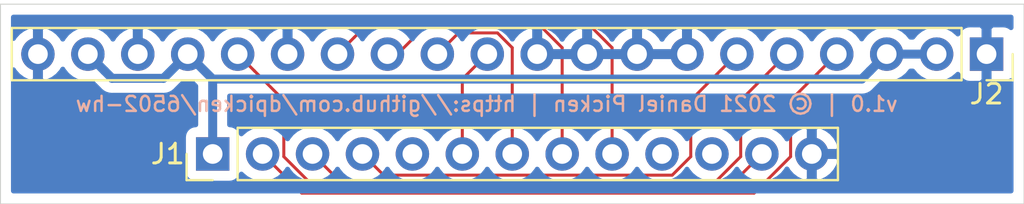
<source format=kicad_pcb>
(kicad_pcb (version 20171130) (host pcbnew 5.1.4+dfsg1-1~bpo10+1)

  (general
    (thickness 1.6002)
    (drawings 5)
    (tracks 51)
    (zones 0)
    (modules 2)
    (nets 14)
  )

  (page A4)
  (title_block
    (title "6502 SBC Expansion - NHD 0420CW OLED Interposer")
    (date 2021-09-16)
    (rev 1.0)
  )

  (layers
    (0 F.Cu signal)
    (31 B.Cu signal)
    (33 F.Adhes user)
    (35 F.Paste user)
    (36 B.SilkS user)
    (37 F.SilkS user)
    (38 B.Mask user)
    (39 F.Mask user)
    (40 Dwgs.User user)
    (41 Cmts.User user)
    (42 Eco1.User user)
    (43 Eco2.User user)
    (44 Edge.Cuts user)
    (45 Margin user)
    (46 B.CrtYd user)
    (47 F.CrtYd user)
    (48 B.Fab user)
    (49 F.Fab user)
  )

  (setup
    (last_trace_width 0.1524)
    (trace_clearance 0.1524)
    (zone_clearance 0.508)
    (zone_45_only no)
    (trace_min 0.1524)
    (via_size 0.508)
    (via_drill 0.254)
    (via_min_size 0.508)
    (via_min_drill 0.254)
    (uvia_size 0.508)
    (uvia_drill 0.254)
    (uvias_allowed no)
    (uvia_min_size 0.508)
    (uvia_min_drill 0.254)
    (edge_width 0.05)
    (segment_width 0.2)
    (pcb_text_width 0.3)
    (pcb_text_size 1.5 1.5)
    (mod_edge_width 0.12)
    (mod_text_size 0.762 0.762)
    (mod_text_width 0.127)
    (pad_size 1.524 1.524)
    (pad_drill 0.762)
    (pad_to_mask_clearance 0.0508)
    (aux_axis_origin 0 0)
    (visible_elements 7FFFFFFF)
    (pcbplotparams
      (layerselection 0x010fc_ffffffff)
      (usegerberextensions false)
      (usegerberattributes false)
      (usegerberadvancedattributes false)
      (creategerberjobfile false)
      (excludeedgelayer true)
      (linewidth 0.100000)
      (plotframeref false)
      (viasonmask false)
      (mode 1)
      (useauxorigin false)
      (hpglpennumber 1)
      (hpglpenspeed 20)
      (hpglpendiameter 15.000000)
      (psnegative false)
      (psa4output false)
      (plotreference true)
      (plotvalue true)
      (plotinvisibletext false)
      (padsonsilk false)
      (subtractmaskfromsilk false)
      (outputformat 1)
      (mirror false)
      (drillshape 1)
      (scaleselection 1)
      (outputdirectory ""))
  )

  (net 0 "")
  (net 1 +5V)
  (net 2 "Net-(J1-Pad2)")
  (net 3 "Net-(J1-Pad3)")
  (net 4 "Net-(J1-Pad4)")
  (net 5 "Net-(J1-Pad5)")
  (net 6 "Net-(J1-Pad6)")
  (net 7 "Net-(J1-Pad7)")
  (net 8 "Net-(J1-Pad8)")
  (net 9 "Net-(J1-Pad9)")
  (net 10 "Net-(J1-Pad10)")
  (net 11 "Net-(J1-Pad11)")
  (net 12 "Net-(J1-Pad12)")
  (net 13 GND)

  (net_class Default "This is the default net class."
    (clearance 0.1524)
    (trace_width 0.1524)
    (via_dia 0.508)
    (via_drill 0.254)
    (uvia_dia 0.508)
    (uvia_drill 0.254)
    (diff_pair_width 0.1524)
    (diff_pair_gap 0.1524)
    (add_net "Net-(J1-Pad10)")
    (add_net "Net-(J1-Pad11)")
    (add_net "Net-(J1-Pad12)")
    (add_net "Net-(J1-Pad2)")
    (add_net "Net-(J1-Pad3)")
    (add_net "Net-(J1-Pad4)")
    (add_net "Net-(J1-Pad5)")
    (add_net "Net-(J1-Pad6)")
    (add_net "Net-(J1-Pad7)")
    (add_net "Net-(J1-Pad8)")
    (add_net "Net-(J1-Pad9)")
  )

  (net_class Power ""
    (clearance 0.1524)
    (trace_width 0.4572)
    (via_dia 0.508)
    (via_drill 0.254)
    (uvia_dia 0.508)
    (uvia_drill 0.254)
    (diff_pair_width 0.1524)
    (diff_pair_gap 0.1524)
    (add_net +5V)
    (add_net GND)
  )

  (module pin_header:PinHeader_1x13_P2.54mm_Vertical (layer F.Cu) (tedit 59FED5CC) (tstamp 61438B20)
    (at 127 101.6 90)
    (descr "Through hole straight pin header, 1x13, 2.54mm pitch, single row")
    (tags "Through hole pin header THT 1x13 2.54mm single row")
    (path /61437C51)
    (fp_text reference J1 (at 0 -2.286 180) (layer F.SilkS)
      (effects (font (size 1 1) (thickness 0.15)))
    )
    (fp_text value P (at 0 32.81 180) (layer F.Fab)
      (effects (font (size 1 1) (thickness 0.15)))
    )
    (fp_line (start -0.635 -1.27) (end 1.27 -1.27) (layer F.Fab) (width 0.1))
    (fp_line (start 1.27 -1.27) (end 1.27 31.75) (layer F.Fab) (width 0.1))
    (fp_line (start 1.27 31.75) (end -1.27 31.75) (layer F.Fab) (width 0.1))
    (fp_line (start -1.27 31.75) (end -1.27 -0.635) (layer F.Fab) (width 0.1))
    (fp_line (start -1.27 -0.635) (end -0.635 -1.27) (layer F.Fab) (width 0.1))
    (fp_line (start -1.33 31.81) (end 1.33 31.81) (layer F.SilkS) (width 0.12))
    (fp_line (start -1.33 1.27) (end -1.33 31.81) (layer F.SilkS) (width 0.12))
    (fp_line (start 1.33 1.27) (end 1.33 31.81) (layer F.SilkS) (width 0.12))
    (fp_line (start -1.33 1.27) (end 1.33 1.27) (layer F.SilkS) (width 0.12))
    (fp_line (start -1.33 0) (end -1.33 -1.33) (layer F.SilkS) (width 0.12))
    (fp_line (start -1.33 -1.33) (end 0 -1.33) (layer F.SilkS) (width 0.12))
    (fp_line (start -1.8 -1.8) (end -1.8 32.25) (layer F.CrtYd) (width 0.05))
    (fp_line (start -1.8 32.25) (end 1.8 32.25) (layer F.CrtYd) (width 0.05))
    (fp_line (start 1.8 32.25) (end 1.8 -1.8) (layer F.CrtYd) (width 0.05))
    (fp_line (start 1.8 -1.8) (end -1.8 -1.8) (layer F.CrtYd) (width 0.05))
    (fp_text user %R (at 0 15.24) (layer F.Fab)
      (effects (font (size 1 1) (thickness 0.15)))
    )
    (pad 1 thru_hole rect (at 0 0 90) (size 1.7 1.7) (drill 1) (layers *.Cu *.Mask)
      (net 1 +5V))
    (pad 2 thru_hole oval (at 0 2.54 90) (size 1.7 1.7) (drill 1) (layers *.Cu *.Mask)
      (net 2 "Net-(J1-Pad2)"))
    (pad 3 thru_hole oval (at 0 5.08 90) (size 1.7 1.7) (drill 1) (layers *.Cu *.Mask)
      (net 3 "Net-(J1-Pad3)"))
    (pad 4 thru_hole oval (at 0 7.62 90) (size 1.7 1.7) (drill 1) (layers *.Cu *.Mask)
      (net 4 "Net-(J1-Pad4)"))
    (pad 5 thru_hole oval (at 0 10.16 90) (size 1.7 1.7) (drill 1) (layers *.Cu *.Mask)
      (net 5 "Net-(J1-Pad5)"))
    (pad 6 thru_hole oval (at 0 12.7 90) (size 1.7 1.7) (drill 1) (layers *.Cu *.Mask)
      (net 6 "Net-(J1-Pad6)"))
    (pad 7 thru_hole oval (at 0 15.24 90) (size 1.7 1.7) (drill 1) (layers *.Cu *.Mask)
      (net 7 "Net-(J1-Pad7)"))
    (pad 8 thru_hole oval (at 0 17.78 90) (size 1.7 1.7) (drill 1) (layers *.Cu *.Mask)
      (net 8 "Net-(J1-Pad8)"))
    (pad 9 thru_hole oval (at 0 20.32 90) (size 1.7 1.7) (drill 1) (layers *.Cu *.Mask)
      (net 9 "Net-(J1-Pad9)"))
    (pad 10 thru_hole oval (at 0 22.86 90) (size 1.7 1.7) (drill 1) (layers *.Cu *.Mask)
      (net 10 "Net-(J1-Pad10)"))
    (pad 11 thru_hole oval (at 0 25.4 90) (size 1.7 1.7) (drill 1) (layers *.Cu *.Mask)
      (net 11 "Net-(J1-Pad11)"))
    (pad 12 thru_hole oval (at 0 27.94 90) (size 1.7 1.7) (drill 1) (layers *.Cu *.Mask)
      (net 12 "Net-(J1-Pad12)"))
    (pad 13 thru_hole oval (at 0 30.48 90) (size 1.7 1.7) (drill 1) (layers *.Cu *.Mask)
      (net 13 GND))
    (model ${KISYS3DMOD}/Connector_PinHeader_2.54mm.3dshapes/PinHeader_1x13_P2.54mm_Vertical.wrl
      (at (xyz 0 0 0))
      (scale (xyz 1 1 1))
      (rotate (xyz 0 0 0))
    )
  )

  (module pin_socket:PinSocket_1x20_P2.54mm_Vertical (layer F.Cu) (tedit 5A19A41E) (tstamp 61438AB2)
    (at 166.37 96.52 270)
    (descr "Through hole straight socket strip, 1x20, 2.54mm pitch, single row (from Kicad 4.0.7), script generated")
    (tags "Through hole socket strip THT 1x20 2.54mm single row")
    (path /614371EA)
    (fp_text reference J2 (at 2.032 0 180) (layer F.SilkS)
      (effects (font (size 1 1) (thickness 0.15)))
    )
    (fp_text value "NH OLED" (at -1.905 46.355 180) (layer F.Fab)
      (effects (font (size 1 1) (thickness 0.15)))
    )
    (fp_line (start -1.27 -1.27) (end 0.635 -1.27) (layer F.Fab) (width 0.1))
    (fp_line (start 0.635 -1.27) (end 1.27 -0.635) (layer F.Fab) (width 0.1))
    (fp_line (start 1.27 -0.635) (end 1.27 49.53) (layer F.Fab) (width 0.1))
    (fp_line (start 1.27 49.53) (end -1.27 49.53) (layer F.Fab) (width 0.1))
    (fp_line (start -1.27 49.53) (end -1.27 -1.27) (layer F.Fab) (width 0.1))
    (fp_line (start -1.33 1.27) (end 1.33 1.27) (layer F.SilkS) (width 0.12))
    (fp_line (start -1.33 1.27) (end -1.33 49.59) (layer F.SilkS) (width 0.12))
    (fp_line (start -1.33 49.59) (end 1.33 49.59) (layer F.SilkS) (width 0.12))
    (fp_line (start 1.33 1.27) (end 1.33 49.59) (layer F.SilkS) (width 0.12))
    (fp_line (start 1.33 -1.33) (end 1.33 0) (layer F.SilkS) (width 0.12))
    (fp_line (start 0 -1.33) (end 1.33 -1.33) (layer F.SilkS) (width 0.12))
    (fp_line (start -1.8 -1.8) (end 1.75 -1.8) (layer F.CrtYd) (width 0.05))
    (fp_line (start 1.75 -1.8) (end 1.75 50) (layer F.CrtYd) (width 0.05))
    (fp_line (start 1.75 50) (end -1.8 50) (layer F.CrtYd) (width 0.05))
    (fp_line (start -1.8 50) (end -1.8 -1.8) (layer F.CrtYd) (width 0.05))
    (fp_text user %R (at 0 24.13) (layer F.Fab)
      (effects (font (size 1 1) (thickness 0.15)))
    )
    (pad 1 thru_hole rect (at 0 0 270) (size 1.7 1.7) (drill 1) (layers *.Cu *.Mask)
      (net 13 GND))
    (pad 2 thru_hole oval (at 0 2.54 270) (size 1.7 1.7) (drill 1) (layers *.Cu *.Mask)
      (net 1 +5V))
    (pad 3 thru_hole oval (at 0 5.08 270) (size 1.7 1.7) (drill 1) (layers *.Cu *.Mask)
      (net 1 +5V))
    (pad 4 thru_hole oval (at 0 7.62 270) (size 1.7 1.7) (drill 1) (layers *.Cu *.Mask)
      (net 2 "Net-(J1-Pad2)"))
    (pad 5 thru_hole oval (at 0 10.16 270) (size 1.7 1.7) (drill 1) (layers *.Cu *.Mask)
      (net 3 "Net-(J1-Pad3)"))
    (pad 6 thru_hole oval (at 0 12.7 270) (size 1.7 1.7) (drill 1) (layers *.Cu *.Mask)
      (net 4 "Net-(J1-Pad4)"))
    (pad 7 thru_hole oval (at 0 15.24 270) (size 1.7 1.7) (drill 1) (layers *.Cu *.Mask)
      (net 13 GND))
    (pad 8 thru_hole oval (at 0 17.78 270) (size 1.7 1.7) (drill 1) (layers *.Cu *.Mask)
      (net 13 GND))
    (pad 9 thru_hole oval (at 0 20.32 270) (size 1.7 1.7) (drill 1) (layers *.Cu *.Mask)
      (net 13 GND))
    (pad 10 thru_hole oval (at 0 22.86 270) (size 1.7 1.7) (drill 1) (layers *.Cu *.Mask)
      (net 13 GND))
    (pad 11 thru_hole oval (at 0 25.4 270) (size 1.7 1.7) (drill 1) (layers *.Cu *.Mask)
      (net 6 "Net-(J1-Pad6)"))
    (pad 12 thru_hole oval (at 0 27.94 270) (size 1.7 1.7) (drill 1) (layers *.Cu *.Mask)
      (net 7 "Net-(J1-Pad7)"))
    (pad 13 thru_hole oval (at 0 30.48 270) (size 1.7 1.7) (drill 1) (layers *.Cu *.Mask)
      (net 8 "Net-(J1-Pad8)"))
    (pad 14 thru_hole oval (at 0 33.02 270) (size 1.7 1.7) (drill 1) (layers *.Cu *.Mask)
      (net 9 "Net-(J1-Pad9)"))
    (pad 15 thru_hole oval (at 0 35.56 270) (size 1.7 1.7) (drill 1) (layers *.Cu *.Mask)
      (net 13 GND))
    (pad 16 thru_hole oval (at 0 38.1 270) (size 1.7 1.7) (drill 1) (layers *.Cu *.Mask)
      (net 12 "Net-(J1-Pad12)"))
    (pad 17 thru_hole oval (at 0 40.64 270) (size 1.7 1.7) (drill 1) (layers *.Cu *.Mask)
      (net 1 +5V))
    (pad 18 thru_hole oval (at 0 43.18 270) (size 1.7 1.7) (drill 1) (layers *.Cu *.Mask)
      (net 13 GND))
    (pad 19 thru_hole oval (at 0 45.72 270) (size 1.7 1.7) (drill 1) (layers *.Cu *.Mask)
      (net 1 +5V))
    (pad 20 thru_hole oval (at 0 48.26 270) (size 1.7 1.7) (drill 1) (layers *.Cu *.Mask)
      (net 13 GND))
    (model ${KISYS3DMOD}/Connector_PinSocket_2.54mm.3dshapes/PinSocket_1x20_P2.54mm_Vertical.wrl
      (at (xyz 0 0 0))
      (scale (xyz 1 1 1))
      (rotate (xyz 0 0 0))
    )
  )

  (gr_line (start 116.205 93.98) (end 168.275 93.98) (layer Edge.Cuts) (width 0.05) (tstamp 6143919C))
  (gr_line (start 116.205 104.14) (end 116.205 93.98) (layer Edge.Cuts) (width 0.05))
  (gr_line (start 168.275 104.14) (end 116.205 104.14) (layer Edge.Cuts) (width 0.05))
  (gr_line (start 168.275 93.98) (end 168.275 104.14) (layer Edge.Cuts) (width 0.05))
  (gr_text "v1.0 | © 2021 Daniel Picken | https://github.com/dpicken/6502-hw" (at 161.925 99.06) (layer B.SilkS) (tstamp 61439818)
    (effects (font (size 0.762 0.762) (thickness 0.127)) (justify left mirror))
  )

  (segment (start 127 101.6) (end 127 97.79) (width 0.4572) (layer B.Cu) (net 1))
  (segment (start 121.499999 97.369999) (end 120.65 96.52) (width 0.4572) (layer B.Cu) (net 1))
  (segment (start 121.881001 97.751001) (end 121.499999 97.369999) (width 0.4572) (layer B.Cu) (net 1))
  (segment (start 124.498999 97.751001) (end 121.881001 97.751001) (width 0.4572) (layer B.Cu) (net 1))
  (segment (start 125.73 96.52) (end 124.498999 97.751001) (width 0.4572) (layer B.Cu) (net 1))
  (segment (start 160.440001 97.369999) (end 161.29 96.52) (width 0.4572) (layer B.Cu) (net 1))
  (segment (start 160.02 97.79) (end 160.440001 97.369999) (width 0.4572) (layer B.Cu) (net 1))
  (segment (start 127 97.79) (end 160.02 97.79) (width 0.4572) (layer B.Cu) (net 1))
  (segment (start 125.73 96.52) (end 127 97.79) (width 0.4572) (layer B.Cu) (net 1))
  (segment (start 161.29 96.52) (end 163.83 96.52) (width 0.4572) (layer B.Cu) (net 1))
  (segment (start 157.900001 97.369999) (end 158.75 96.52) (width 0.1524) (layer F.Cu) (net 2))
  (segment (start 156.401399 98.868601) (end 157.900001 97.369999) (width 0.1524) (layer F.Cu) (net 2))
  (segment (start 156.401399 101.734931) (end 156.401399 98.868601) (width 0.1524) (layer F.Cu) (net 2))
  (segment (start 154.543299 103.593031) (end 156.401399 101.734931) (width 0.1524) (layer F.Cu) (net 2))
  (segment (start 131.533031 103.593031) (end 154.543299 103.593031) (width 0.1524) (layer F.Cu) (net 2))
  (segment (start 129.54 101.6) (end 131.533031 103.593031) (width 0.1524) (layer F.Cu) (net 2))
  (segment (start 155.360001 97.369999) (end 156.21 96.52) (width 0.1524) (layer F.Cu) (net 3))
  (segment (start 153.861399 98.868601) (end 155.360001 97.369999) (width 0.1524) (layer F.Cu) (net 3))
  (segment (start 153.861399 101.734931) (end 153.861399 98.868601) (width 0.1524) (layer F.Cu) (net 3))
  (segment (start 152.612919 102.983411) (end 153.861399 101.734931) (width 0.1524) (layer F.Cu) (net 3))
  (segment (start 133.463411 102.983411) (end 152.612919 102.983411) (width 0.1524) (layer F.Cu) (net 3))
  (segment (start 132.08 101.6) (end 133.463411 102.983411) (width 0.1524) (layer F.Cu) (net 3))
  (segment (start 152.820001 97.369999) (end 153.67 96.52) (width 0.1524) (layer F.Cu) (net 4))
  (segment (start 151.321399 101.734931) (end 151.321399 98.868601) (width 0.1524) (layer F.Cu) (net 4))
  (segment (start 150.377729 102.678601) (end 151.321399 101.734931) (width 0.1524) (layer F.Cu) (net 4))
  (segment (start 135.698601 102.678601) (end 150.377729 102.678601) (width 0.1524) (layer F.Cu) (net 4))
  (segment (start 151.321399 98.868601) (end 152.820001 97.369999) (width 0.1524) (layer F.Cu) (net 4))
  (segment (start 134.62 101.6) (end 135.698601 102.678601) (width 0.1524) (layer F.Cu) (net 4))
  (segment (start 139.7 97.79) (end 140.97 96.52) (width 0.1524) (layer F.Cu) (net 6))
  (segment (start 139.7 101.6) (end 139.7 97.79) (width 0.1524) (layer F.Cu) (net 6))
  (segment (start 142.24 100.397919) (end 142.24 101.6) (width 0.1524) (layer F.Cu) (net 7))
  (segment (start 142.24 96.19367) (end 142.24 100.397919) (width 0.1524) (layer F.Cu) (net 7))
  (segment (start 141.487729 95.441399) (end 142.24 96.19367) (width 0.1524) (layer F.Cu) (net 7))
  (segment (start 139.508601 95.441399) (end 141.487729 95.441399) (width 0.1524) (layer F.Cu) (net 7))
  (segment (start 138.43 96.52) (end 139.508601 95.441399) (width 0.1524) (layer F.Cu) (net 7))
  (segment (start 136.398 96.52) (end 135.89 96.52) (width 0.1524) (layer F.Cu) (net 8))
  (segment (start 137.781411 95.136589) (end 136.398 96.52) (width 0.1524) (layer F.Cu) (net 8))
  (segment (start 143.722919 95.136589) (end 137.781411 95.136589) (width 0.1524) (layer F.Cu) (net 8))
  (segment (start 144.78 101.6) (end 144.78 96.19367) (width 0.1524) (layer F.Cu) (net 8))
  (segment (start 144.78 96.19367) (end 143.722919 95.136589) (width 0.1524) (layer F.Cu) (net 8))
  (segment (start 134.199999 95.670001) (end 133.35 96.52) (width 0.1524) (layer F.Cu) (net 9))
  (segment (start 135.038221 94.831779) (end 134.199999 95.670001) (width 0.1524) (layer F.Cu) (net 9))
  (segment (start 145.958109 94.831779) (end 135.038221 94.831779) (width 0.1524) (layer F.Cu) (net 9))
  (segment (start 147.32 96.19367) (end 145.958109 94.831779) (width 0.1524) (layer F.Cu) (net 9))
  (segment (start 147.32 101.6) (end 147.32 96.19367) (width 0.1524) (layer F.Cu) (net 9))
  (segment (start 129.119999 97.369999) (end 128.27 96.52) (width 0.1524) (layer F.Cu) (net 12))
  (segment (start 130.618601 98.868601) (end 129.119999 97.369999) (width 0.1524) (layer F.Cu) (net 12))
  (segment (start 130.618601 101.734931) (end 130.618601 98.868601) (width 0.1524) (layer F.Cu) (net 12))
  (segment (start 132.171891 103.288221) (end 130.618601 101.734931) (width 0.1524) (layer F.Cu) (net 12))
  (segment (start 153.251779 103.288221) (end 132.171891 103.288221) (width 0.1524) (layer F.Cu) (net 12))
  (segment (start 154.94 101.6) (end 153.251779 103.288221) (width 0.1524) (layer F.Cu) (net 12))

  (zone (net 13) (net_name GND) (layer B.Cu) (tstamp 614390DA) (hatch edge 0.508)
    (connect_pads (clearance 0.508))
    (min_thickness 0.254)
    (fill yes (arc_segments 32) (thermal_gap 0.508) (thermal_bridge_width 0.508))
    (polygon
      (pts
        (xy 168.275 93.98) (xy 116.205 93.98) (xy 116.205 104.14) (xy 168.275 104.14)
      )
    )
    (filled_polygon
      (pts
        (xy 167.615 95.172705) (xy 167.574494 95.139463) (xy 167.46418 95.080498) (xy 167.344482 95.044188) (xy 167.22 95.031928)
        (xy 166.65575 95.035) (xy 166.497 95.19375) (xy 166.497 96.393) (xy 166.517 96.393) (xy 166.517 96.647)
        (xy 166.497 96.647) (xy 166.497 97.84625) (xy 166.65575 98.005) (xy 167.22 98.008072) (xy 167.344482 97.995812)
        (xy 167.46418 97.959502) (xy 167.574494 97.900537) (xy 167.615 97.867294) (xy 167.615001 103.48) (xy 116.865 103.48)
        (xy 116.865 97.317715) (xy 116.914822 97.401355) (xy 117.109731 97.617588) (xy 117.34308 97.791641) (xy 117.605901 97.916825)
        (xy 117.75311 97.961476) (xy 117.983 97.840155) (xy 117.983 96.647) (xy 117.963 96.647) (xy 117.963 96.393)
        (xy 117.983 96.393) (xy 117.983 95.199845) (xy 118.237 95.199845) (xy 118.237 96.393) (xy 118.257 96.393)
        (xy 118.257 96.647) (xy 118.237 96.647) (xy 118.237 97.840155) (xy 118.46689 97.961476) (xy 118.614099 97.916825)
        (xy 118.87692 97.791641) (xy 119.110269 97.617588) (xy 119.305178 97.401355) (xy 119.374799 97.284477) (xy 119.409294 97.349014)
        (xy 119.594866 97.575134) (xy 119.820986 97.760706) (xy 120.078966 97.898599) (xy 120.358889 97.983513) (xy 120.57705 98.005)
        (xy 120.72295 98.005) (xy 120.896584 97.987899) (xy 120.919336 98.010651) (xy 120.919346 98.01066) (xy 121.240341 98.331655)
        (xy 121.267389 98.364613) (xy 121.398889 98.472532) (xy 121.548917 98.552723) (xy 121.711706 98.602105) (xy 121.838581 98.614601)
        (xy 121.838583 98.614601) (xy 121.881 98.618779) (xy 121.923418 98.614601) (xy 124.456579 98.614601) (xy 124.498999 98.618779)
        (xy 124.541419 98.614601) (xy 124.668294 98.602105) (xy 124.831083 98.552723) (xy 124.981111 98.472532) (xy 125.112611 98.364613)
        (xy 125.139662 98.331651) (xy 125.483415 97.987898) (xy 125.65705 98.005) (xy 125.80295 98.005) (xy 125.976584 97.987899)
        (xy 126.136401 98.147715) (xy 126.1364 100.113267) (xy 126.025518 100.124188) (xy 125.90582 100.160498) (xy 125.795506 100.219463)
        (xy 125.698815 100.298815) (xy 125.619463 100.395506) (xy 125.560498 100.50582) (xy 125.524188 100.625518) (xy 125.511928 100.75)
        (xy 125.511928 102.45) (xy 125.524188 102.574482) (xy 125.560498 102.69418) (xy 125.619463 102.804494) (xy 125.698815 102.901185)
        (xy 125.795506 102.980537) (xy 125.90582 103.039502) (xy 126.025518 103.075812) (xy 126.15 103.088072) (xy 127.85 103.088072)
        (xy 127.974482 103.075812) (xy 128.09418 103.039502) (xy 128.204494 102.980537) (xy 128.301185 102.901185) (xy 128.380537 102.804494)
        (xy 128.439502 102.69418) (xy 128.460393 102.625313) (xy 128.484866 102.655134) (xy 128.710986 102.840706) (xy 128.968966 102.978599)
        (xy 129.248889 103.063513) (xy 129.46705 103.085) (xy 129.61295 103.085) (xy 129.831111 103.063513) (xy 130.111034 102.978599)
        (xy 130.369014 102.840706) (xy 130.595134 102.655134) (xy 130.780706 102.429014) (xy 130.81 102.374209) (xy 130.839294 102.429014)
        (xy 131.024866 102.655134) (xy 131.250986 102.840706) (xy 131.508966 102.978599) (xy 131.788889 103.063513) (xy 132.00705 103.085)
        (xy 132.15295 103.085) (xy 132.371111 103.063513) (xy 132.651034 102.978599) (xy 132.909014 102.840706) (xy 133.135134 102.655134)
        (xy 133.320706 102.429014) (xy 133.35 102.374209) (xy 133.379294 102.429014) (xy 133.564866 102.655134) (xy 133.790986 102.840706)
        (xy 134.048966 102.978599) (xy 134.328889 103.063513) (xy 134.54705 103.085) (xy 134.69295 103.085) (xy 134.911111 103.063513)
        (xy 135.191034 102.978599) (xy 135.449014 102.840706) (xy 135.675134 102.655134) (xy 135.860706 102.429014) (xy 135.89 102.374209)
        (xy 135.919294 102.429014) (xy 136.104866 102.655134) (xy 136.330986 102.840706) (xy 136.588966 102.978599) (xy 136.868889 103.063513)
        (xy 137.08705 103.085) (xy 137.23295 103.085) (xy 137.451111 103.063513) (xy 137.731034 102.978599) (xy 137.989014 102.840706)
        (xy 138.215134 102.655134) (xy 138.400706 102.429014) (xy 138.43 102.374209) (xy 138.459294 102.429014) (xy 138.644866 102.655134)
        (xy 138.870986 102.840706) (xy 139.128966 102.978599) (xy 139.408889 103.063513) (xy 139.62705 103.085) (xy 139.77295 103.085)
        (xy 139.991111 103.063513) (xy 140.271034 102.978599) (xy 140.529014 102.840706) (xy 140.755134 102.655134) (xy 140.940706 102.429014)
        (xy 140.97 102.374209) (xy 140.999294 102.429014) (xy 141.184866 102.655134) (xy 141.410986 102.840706) (xy 141.668966 102.978599)
        (xy 141.948889 103.063513) (xy 142.16705 103.085) (xy 142.31295 103.085) (xy 142.531111 103.063513) (xy 142.811034 102.978599)
        (xy 143.069014 102.840706) (xy 143.295134 102.655134) (xy 143.480706 102.429014) (xy 143.51 102.374209) (xy 143.539294 102.429014)
        (xy 143.724866 102.655134) (xy 143.950986 102.840706) (xy 144.208966 102.978599) (xy 144.488889 103.063513) (xy 144.70705 103.085)
        (xy 144.85295 103.085) (xy 145.071111 103.063513) (xy 145.351034 102.978599) (xy 145.609014 102.840706) (xy 145.835134 102.655134)
        (xy 146.020706 102.429014) (xy 146.05 102.374209) (xy 146.079294 102.429014) (xy 146.264866 102.655134) (xy 146.490986 102.840706)
        (xy 146.748966 102.978599) (xy 147.028889 103.063513) (xy 147.24705 103.085) (xy 147.39295 103.085) (xy 147.611111 103.063513)
        (xy 147.891034 102.978599) (xy 148.149014 102.840706) (xy 148.375134 102.655134) (xy 148.560706 102.429014) (xy 148.59 102.374209)
        (xy 148.619294 102.429014) (xy 148.804866 102.655134) (xy 149.030986 102.840706) (xy 149.288966 102.978599) (xy 149.568889 103.063513)
        (xy 149.78705 103.085) (xy 149.93295 103.085) (xy 150.151111 103.063513) (xy 150.431034 102.978599) (xy 150.689014 102.840706)
        (xy 150.915134 102.655134) (xy 151.100706 102.429014) (xy 151.13 102.374209) (xy 151.159294 102.429014) (xy 151.344866 102.655134)
        (xy 151.570986 102.840706) (xy 151.828966 102.978599) (xy 152.108889 103.063513) (xy 152.32705 103.085) (xy 152.47295 103.085)
        (xy 152.691111 103.063513) (xy 152.971034 102.978599) (xy 153.229014 102.840706) (xy 153.455134 102.655134) (xy 153.640706 102.429014)
        (xy 153.67 102.374209) (xy 153.699294 102.429014) (xy 153.884866 102.655134) (xy 154.110986 102.840706) (xy 154.368966 102.978599)
        (xy 154.648889 103.063513) (xy 154.86705 103.085) (xy 155.01295 103.085) (xy 155.231111 103.063513) (xy 155.511034 102.978599)
        (xy 155.769014 102.840706) (xy 155.995134 102.655134) (xy 156.180706 102.429014) (xy 156.215201 102.364477) (xy 156.284822 102.481355)
        (xy 156.479731 102.697588) (xy 156.71308 102.871641) (xy 156.975901 102.996825) (xy 157.12311 103.041476) (xy 157.353 102.920155)
        (xy 157.353 101.727) (xy 157.607 101.727) (xy 157.607 102.920155) (xy 157.83689 103.041476) (xy 157.984099 102.996825)
        (xy 158.24692 102.871641) (xy 158.480269 102.697588) (xy 158.675178 102.481355) (xy 158.824157 102.231252) (xy 158.921481 101.956891)
        (xy 158.800814 101.727) (xy 157.607 101.727) (xy 157.353 101.727) (xy 157.333 101.727) (xy 157.333 101.473)
        (xy 157.353 101.473) (xy 157.353 100.279845) (xy 157.607 100.279845) (xy 157.607 101.473) (xy 158.800814 101.473)
        (xy 158.921481 101.243109) (xy 158.824157 100.968748) (xy 158.675178 100.718645) (xy 158.480269 100.502412) (xy 158.24692 100.328359)
        (xy 157.984099 100.203175) (xy 157.83689 100.158524) (xy 157.607 100.279845) (xy 157.353 100.279845) (xy 157.12311 100.158524)
        (xy 156.975901 100.203175) (xy 156.71308 100.328359) (xy 156.479731 100.502412) (xy 156.284822 100.718645) (xy 156.215201 100.835523)
        (xy 156.180706 100.770986) (xy 155.995134 100.544866) (xy 155.769014 100.359294) (xy 155.511034 100.221401) (xy 155.231111 100.136487)
        (xy 155.01295 100.115) (xy 154.86705 100.115) (xy 154.648889 100.136487) (xy 154.368966 100.221401) (xy 154.110986 100.359294)
        (xy 153.884866 100.544866) (xy 153.699294 100.770986) (xy 153.67 100.825791) (xy 153.640706 100.770986) (xy 153.455134 100.544866)
        (xy 153.229014 100.359294) (xy 152.971034 100.221401) (xy 152.691111 100.136487) (xy 152.47295 100.115) (xy 152.32705 100.115)
        (xy 152.108889 100.136487) (xy 151.828966 100.221401) (xy 151.570986 100.359294) (xy 151.344866 100.544866) (xy 151.159294 100.770986)
        (xy 151.13 100.825791) (xy 151.100706 100.770986) (xy 150.915134 100.544866) (xy 150.689014 100.359294) (xy 150.431034 100.221401)
        (xy 150.151111 100.136487) (xy 149.93295 100.115) (xy 149.78705 100.115) (xy 149.568889 100.136487) (xy 149.288966 100.221401)
        (xy 149.030986 100.359294) (xy 148.804866 100.544866) (xy 148.619294 100.770986) (xy 148.59 100.825791) (xy 148.560706 100.770986)
        (xy 148.375134 100.544866) (xy 148.149014 100.359294) (xy 147.891034 100.221401) (xy 147.611111 100.136487) (xy 147.39295 100.115)
        (xy 147.24705 100.115) (xy 147.028889 100.136487) (xy 146.748966 100.221401) (xy 146.490986 100.359294) (xy 146.264866 100.544866)
        (xy 146.079294 100.770986) (xy 146.05 100.825791) (xy 146.020706 100.770986) (xy 145.835134 100.544866) (xy 145.609014 100.359294)
        (xy 145.351034 100.221401) (xy 145.071111 100.136487) (xy 144.85295 100.115) (xy 144.70705 100.115) (xy 144.488889 100.136487)
        (xy 144.208966 100.221401) (xy 143.950986 100.359294) (xy 143.724866 100.544866) (xy 143.539294 100.770986) (xy 143.51 100.825791)
        (xy 143.480706 100.770986) (xy 143.295134 100.544866) (xy 143.069014 100.359294) (xy 142.811034 100.221401) (xy 142.531111 100.136487)
        (xy 142.31295 100.115) (xy 142.16705 100.115) (xy 141.948889 100.136487) (xy 141.668966 100.221401) (xy 141.410986 100.359294)
        (xy 141.184866 100.544866) (xy 140.999294 100.770986) (xy 140.97 100.825791) (xy 140.940706 100.770986) (xy 140.755134 100.544866)
        (xy 140.529014 100.359294) (xy 140.271034 100.221401) (xy 139.991111 100.136487) (xy 139.77295 100.115) (xy 139.62705 100.115)
        (xy 139.408889 100.136487) (xy 139.128966 100.221401) (xy 138.870986 100.359294) (xy 138.644866 100.544866) (xy 138.459294 100.770986)
        (xy 138.43 100.825791) (xy 138.400706 100.770986) (xy 138.215134 100.544866) (xy 137.989014 100.359294) (xy 137.731034 100.221401)
        (xy 137.451111 100.136487) (xy 137.23295 100.115) (xy 137.08705 100.115) (xy 136.868889 100.136487) (xy 136.588966 100.221401)
        (xy 136.330986 100.359294) (xy 136.104866 100.544866) (xy 135.919294 100.770986) (xy 135.89 100.825791) (xy 135.860706 100.770986)
        (xy 135.675134 100.544866) (xy 135.449014 100.359294) (xy 135.191034 100.221401) (xy 134.911111 100.136487) (xy 134.69295 100.115)
        (xy 134.54705 100.115) (xy 134.328889 100.136487) (xy 134.048966 100.221401) (xy 133.790986 100.359294) (xy 133.564866 100.544866)
        (xy 133.379294 100.770986) (xy 133.35 100.825791) (xy 133.320706 100.770986) (xy 133.135134 100.544866) (xy 132.909014 100.359294)
        (xy 132.651034 100.221401) (xy 132.371111 100.136487) (xy 132.15295 100.115) (xy 132.00705 100.115) (xy 131.788889 100.136487)
        (xy 131.508966 100.221401) (xy 131.250986 100.359294) (xy 131.024866 100.544866) (xy 130.839294 100.770986) (xy 130.81 100.825791)
        (xy 130.780706 100.770986) (xy 130.595134 100.544866) (xy 130.369014 100.359294) (xy 130.111034 100.221401) (xy 129.831111 100.136487)
        (xy 129.61295 100.115) (xy 129.46705 100.115) (xy 129.248889 100.136487) (xy 128.968966 100.221401) (xy 128.710986 100.359294)
        (xy 128.484866 100.544866) (xy 128.460393 100.574687) (xy 128.439502 100.50582) (xy 128.380537 100.395506) (xy 128.301185 100.298815)
        (xy 128.204494 100.219463) (xy 128.09418 100.160498) (xy 127.974482 100.124188) (xy 127.8636 100.113267) (xy 127.8636 98.6536)
        (xy 159.97758 98.6536) (xy 160.02 98.657778) (xy 160.06242 98.6536) (xy 160.189295 98.641104) (xy 160.352084 98.591722)
        (xy 160.502112 98.511531) (xy 160.633612 98.403612) (xy 160.660663 98.37065) (xy 161.043415 97.987898) (xy 161.21705 98.005)
        (xy 161.36295 98.005) (xy 161.581111 97.983513) (xy 161.861034 97.898599) (xy 162.119014 97.760706) (xy 162.345134 97.575134)
        (xy 162.502322 97.3836) (xy 162.617678 97.3836) (xy 162.774866 97.575134) (xy 163.000986 97.760706) (xy 163.258966 97.898599)
        (xy 163.538889 97.983513) (xy 163.75705 98.005) (xy 163.90295 98.005) (xy 164.121111 97.983513) (xy 164.401034 97.898599)
        (xy 164.659014 97.760706) (xy 164.885134 97.575134) (xy 164.909607 97.545313) (xy 164.930498 97.61418) (xy 164.989463 97.724494)
        (xy 165.068815 97.821185) (xy 165.165506 97.900537) (xy 165.27582 97.959502) (xy 165.395518 97.995812) (xy 165.52 98.008072)
        (xy 166.08425 98.005) (xy 166.243 97.84625) (xy 166.243 96.647) (xy 166.223 96.647) (xy 166.223 96.393)
        (xy 166.243 96.393) (xy 166.243 95.19375) (xy 166.08425 95.035) (xy 165.52 95.031928) (xy 165.395518 95.044188)
        (xy 165.27582 95.080498) (xy 165.165506 95.139463) (xy 165.068815 95.218815) (xy 164.989463 95.315506) (xy 164.930498 95.42582)
        (xy 164.909607 95.494687) (xy 164.885134 95.464866) (xy 164.659014 95.279294) (xy 164.401034 95.141401) (xy 164.121111 95.056487)
        (xy 163.90295 95.035) (xy 163.75705 95.035) (xy 163.538889 95.056487) (xy 163.258966 95.141401) (xy 163.000986 95.279294)
        (xy 162.774866 95.464866) (xy 162.617678 95.6564) (xy 162.502322 95.6564) (xy 162.345134 95.464866) (xy 162.119014 95.279294)
        (xy 161.861034 95.141401) (xy 161.581111 95.056487) (xy 161.36295 95.035) (xy 161.21705 95.035) (xy 160.998889 95.056487)
        (xy 160.718966 95.141401) (xy 160.460986 95.279294) (xy 160.234866 95.464866) (xy 160.049294 95.690986) (xy 160.02 95.745791)
        (xy 159.990706 95.690986) (xy 159.805134 95.464866) (xy 159.579014 95.279294) (xy 159.321034 95.141401) (xy 159.041111 95.056487)
        (xy 158.82295 95.035) (xy 158.67705 95.035) (xy 158.458889 95.056487) (xy 158.178966 95.141401) (xy 157.920986 95.279294)
        (xy 157.694866 95.464866) (xy 157.509294 95.690986) (xy 157.48 95.745791) (xy 157.450706 95.690986) (xy 157.265134 95.464866)
        (xy 157.039014 95.279294) (xy 156.781034 95.141401) (xy 156.501111 95.056487) (xy 156.28295 95.035) (xy 156.13705 95.035)
        (xy 155.918889 95.056487) (xy 155.638966 95.141401) (xy 155.380986 95.279294) (xy 155.154866 95.464866) (xy 154.969294 95.690986)
        (xy 154.94 95.745791) (xy 154.910706 95.690986) (xy 154.725134 95.464866) (xy 154.499014 95.279294) (xy 154.241034 95.141401)
        (xy 153.961111 95.056487) (xy 153.74295 95.035) (xy 153.59705 95.035) (xy 153.378889 95.056487) (xy 153.098966 95.141401)
        (xy 152.840986 95.279294) (xy 152.614866 95.464866) (xy 152.429294 95.690986) (xy 152.394799 95.755523) (xy 152.325178 95.638645)
        (xy 152.130269 95.422412) (xy 151.89692 95.248359) (xy 151.634099 95.123175) (xy 151.48689 95.078524) (xy 151.257 95.199845)
        (xy 151.257 96.393) (xy 151.277 96.393) (xy 151.277 96.647) (xy 151.257 96.647) (xy 151.257 96.667)
        (xy 151.003 96.667) (xy 151.003 96.647) (xy 148.717 96.647) (xy 148.717 96.667) (xy 148.463 96.667)
        (xy 148.463 96.647) (xy 146.177 96.647) (xy 146.177 96.667) (xy 145.923 96.667) (xy 145.923 96.647)
        (xy 143.637 96.647) (xy 143.637 96.667) (xy 143.383 96.667) (xy 143.383 96.647) (xy 143.363 96.647)
        (xy 143.363 96.393) (xy 143.383 96.393) (xy 143.383 95.199845) (xy 143.637 95.199845) (xy 143.637 96.393)
        (xy 145.923 96.393) (xy 145.923 95.199845) (xy 146.177 95.199845) (xy 146.177 96.393) (xy 148.463 96.393)
        (xy 148.463 95.199845) (xy 148.717 95.199845) (xy 148.717 96.393) (xy 151.003 96.393) (xy 151.003 95.199845)
        (xy 150.77311 95.078524) (xy 150.625901 95.123175) (xy 150.36308 95.248359) (xy 150.129731 95.422412) (xy 149.934822 95.638645)
        (xy 149.86 95.764255) (xy 149.785178 95.638645) (xy 149.590269 95.422412) (xy 149.35692 95.248359) (xy 149.094099 95.123175)
        (xy 148.94689 95.078524) (xy 148.717 95.199845) (xy 148.463 95.199845) (xy 148.23311 95.078524) (xy 148.085901 95.123175)
        (xy 147.82308 95.248359) (xy 147.589731 95.422412) (xy 147.394822 95.638645) (xy 147.32 95.764255) (xy 147.245178 95.638645)
        (xy 147.050269 95.422412) (xy 146.81692 95.248359) (xy 146.554099 95.123175) (xy 146.40689 95.078524) (xy 146.177 95.199845)
        (xy 145.923 95.199845) (xy 145.69311 95.078524) (xy 145.545901 95.123175) (xy 145.28308 95.248359) (xy 145.049731 95.422412)
        (xy 144.854822 95.638645) (xy 144.78 95.764255) (xy 144.705178 95.638645) (xy 144.510269 95.422412) (xy 144.27692 95.248359)
        (xy 144.014099 95.123175) (xy 143.86689 95.078524) (xy 143.637 95.199845) (xy 143.383 95.199845) (xy 143.15311 95.078524)
        (xy 143.005901 95.123175) (xy 142.74308 95.248359) (xy 142.509731 95.422412) (xy 142.314822 95.638645) (xy 142.245201 95.755523)
        (xy 142.210706 95.690986) (xy 142.025134 95.464866) (xy 141.799014 95.279294) (xy 141.541034 95.141401) (xy 141.261111 95.056487)
        (xy 141.04295 95.035) (xy 140.89705 95.035) (xy 140.678889 95.056487) (xy 140.398966 95.141401) (xy 140.140986 95.279294)
        (xy 139.914866 95.464866) (xy 139.729294 95.690986) (xy 139.7 95.745791) (xy 139.670706 95.690986) (xy 139.485134 95.464866)
        (xy 139.259014 95.279294) (xy 139.001034 95.141401) (xy 138.721111 95.056487) (xy 138.50295 95.035) (xy 138.35705 95.035)
        (xy 138.138889 95.056487) (xy 137.858966 95.141401) (xy 137.600986 95.279294) (xy 137.374866 95.464866) (xy 137.189294 95.690986)
        (xy 137.16 95.745791) (xy 137.130706 95.690986) (xy 136.945134 95.464866) (xy 136.719014 95.279294) (xy 136.461034 95.141401)
        (xy 136.181111 95.056487) (xy 135.96295 95.035) (xy 135.81705 95.035) (xy 135.598889 95.056487) (xy 135.318966 95.141401)
        (xy 135.060986 95.279294) (xy 134.834866 95.464866) (xy 134.649294 95.690986) (xy 134.62 95.745791) (xy 134.590706 95.690986)
        (xy 134.405134 95.464866) (xy 134.179014 95.279294) (xy 133.921034 95.141401) (xy 133.641111 95.056487) (xy 133.42295 95.035)
        (xy 133.27705 95.035) (xy 133.058889 95.056487) (xy 132.778966 95.141401) (xy 132.520986 95.279294) (xy 132.294866 95.464866)
        (xy 132.109294 95.690986) (xy 132.074799 95.755523) (xy 132.005178 95.638645) (xy 131.810269 95.422412) (xy 131.57692 95.248359)
        (xy 131.314099 95.123175) (xy 131.16689 95.078524) (xy 130.937 95.199845) (xy 130.937 96.393) (xy 130.957 96.393)
        (xy 130.957 96.647) (xy 130.937 96.647) (xy 130.937 96.667) (xy 130.683 96.667) (xy 130.683 96.647)
        (xy 130.663 96.647) (xy 130.663 96.393) (xy 130.683 96.393) (xy 130.683 95.199845) (xy 130.45311 95.078524)
        (xy 130.305901 95.123175) (xy 130.04308 95.248359) (xy 129.809731 95.422412) (xy 129.614822 95.638645) (xy 129.545201 95.755523)
        (xy 129.510706 95.690986) (xy 129.325134 95.464866) (xy 129.099014 95.279294) (xy 128.841034 95.141401) (xy 128.561111 95.056487)
        (xy 128.34295 95.035) (xy 128.19705 95.035) (xy 127.978889 95.056487) (xy 127.698966 95.141401) (xy 127.440986 95.279294)
        (xy 127.214866 95.464866) (xy 127.029294 95.690986) (xy 127 95.745791) (xy 126.970706 95.690986) (xy 126.785134 95.464866)
        (xy 126.559014 95.279294) (xy 126.301034 95.141401) (xy 126.021111 95.056487) (xy 125.80295 95.035) (xy 125.65705 95.035)
        (xy 125.438889 95.056487) (xy 125.158966 95.141401) (xy 124.900986 95.279294) (xy 124.674866 95.464866) (xy 124.489294 95.690986)
        (xy 124.454799 95.755523) (xy 124.385178 95.638645) (xy 124.190269 95.422412) (xy 123.95692 95.248359) (xy 123.694099 95.123175)
        (xy 123.54689 95.078524) (xy 123.317 95.199845) (xy 123.317 96.393) (xy 123.337 96.393) (xy 123.337 96.647)
        (xy 123.317 96.647) (xy 123.317 96.667) (xy 123.063 96.667) (xy 123.063 96.647) (xy 123.043 96.647)
        (xy 123.043 96.393) (xy 123.063 96.393) (xy 123.063 95.199845) (xy 122.83311 95.078524) (xy 122.685901 95.123175)
        (xy 122.42308 95.248359) (xy 122.189731 95.422412) (xy 121.994822 95.638645) (xy 121.925201 95.755523) (xy 121.890706 95.690986)
        (xy 121.705134 95.464866) (xy 121.479014 95.279294) (xy 121.221034 95.141401) (xy 120.941111 95.056487) (xy 120.72295 95.035)
        (xy 120.57705 95.035) (xy 120.358889 95.056487) (xy 120.078966 95.141401) (xy 119.820986 95.279294) (xy 119.594866 95.464866)
        (xy 119.409294 95.690986) (xy 119.374799 95.755523) (xy 119.305178 95.638645) (xy 119.110269 95.422412) (xy 118.87692 95.248359)
        (xy 118.614099 95.123175) (xy 118.46689 95.078524) (xy 118.237 95.199845) (xy 117.983 95.199845) (xy 117.75311 95.078524)
        (xy 117.605901 95.123175) (xy 117.34308 95.248359) (xy 117.109731 95.422412) (xy 116.914822 95.638645) (xy 116.865 95.722285)
        (xy 116.865 94.64) (xy 167.615 94.64)
      )
    )
  )
)

</source>
